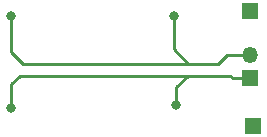
<source format=gbr>
%TF.GenerationSoftware,KiCad,Pcbnew,7.0.6*%
%TF.CreationDate,2023-10-15T16:26:04+03:00*%
%TF.ProjectId,MOSFET,4d4f5346-4554-42e6-9b69-6361645f7063,rev?*%
%TF.SameCoordinates,Original*%
%TF.FileFunction,Copper,L2,Bot*%
%TF.FilePolarity,Positive*%
%FSLAX46Y46*%
G04 Gerber Fmt 4.6, Leading zero omitted, Abs format (unit mm)*
G04 Created by KiCad (PCBNEW 7.0.6) date 2023-10-15 16:26:04*
%MOMM*%
%LPD*%
G01*
G04 APERTURE LIST*
%TA.AperFunction,ComponentPad*%
%ADD10R,1.350000X1.350000*%
%TD*%
%TA.AperFunction,ComponentPad*%
%ADD11O,1.350000X1.350000*%
%TD*%
%TA.AperFunction,ViaPad*%
%ADD12C,0.800000*%
%TD*%
%TA.AperFunction,Conductor*%
%ADD13C,0.250000*%
%TD*%
G04 APERTURE END LIST*
D10*
%TO.P,J1,1,Pin_1*%
%TO.N,Net-(J1-Pin_1)*%
X145000000Y-80750000D03*
D11*
%TO.P,J1,2,Pin_2*%
%TO.N,Net-(J1-Pin_2)*%
X145000000Y-78750000D03*
%TD*%
D10*
%TO.P,J2,1,Pin_1*%
%TO.N,Net-(J2-Pin_1)*%
X145000000Y-75000000D03*
%TD*%
%TO.P,J3,1,Pin_1*%
%TO.N,GND*%
X145250000Y-84750000D03*
%TD*%
D12*
%TO.N,Net-(J1-Pin_1)*%
X138750000Y-83000000D03*
X124750000Y-83250000D03*
%TO.N,Net-(J1-Pin_2)*%
X138500000Y-75500000D03*
X124750000Y-75500000D03*
%TD*%
D13*
%TO.N,Net-(J1-Pin_1)*%
X143500000Y-80750000D02*
X145000000Y-80750000D01*
X143250000Y-80500000D02*
X143500000Y-80750000D01*
X139750000Y-80500000D02*
X143250000Y-80500000D01*
%TO.N,Net-(J1-Pin_2)*%
X142250000Y-79500000D02*
X143000000Y-78750000D01*
X139750000Y-79500000D02*
X142250000Y-79500000D01*
X143000000Y-78750000D02*
X145000000Y-78750000D01*
%TO.N,Net-(J1-Pin_1)*%
X124750000Y-83250000D02*
X124750000Y-81250000D01*
X138750000Y-83000000D02*
X138750000Y-81500000D01*
X124750000Y-81250000D02*
X125500000Y-80500000D01*
X138750000Y-81500000D02*
X139750000Y-80500000D01*
X125500000Y-80500000D02*
X139750000Y-80500000D01*
%TO.N,Net-(J1-Pin_2)*%
X138500000Y-75500000D02*
X138500000Y-78250000D01*
X124750000Y-75500000D02*
X124750000Y-78500000D01*
X125750000Y-79500000D02*
X139750000Y-79500000D01*
X124750000Y-78500000D02*
X125750000Y-79500000D01*
X138500000Y-78250000D02*
X139750000Y-79500000D01*
%TD*%
M02*

</source>
